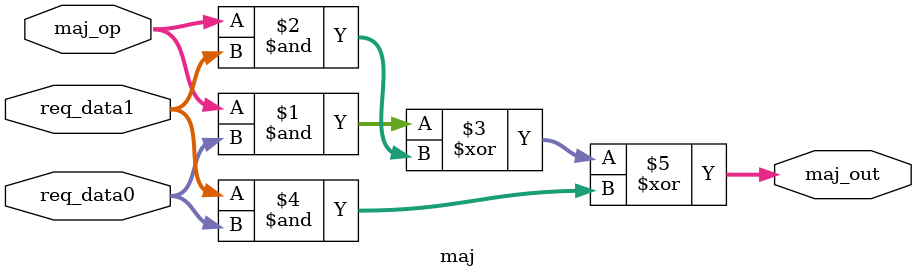
<source format=sv>

module maj
(

  input logic [31:0] maj_op,
  input logic [31:0] req_data0,
  input logic [31:0] req_data1,
  output logic [31:0] maj_out

  );

	
	assign maj_out = (maj_op & req_data0) ^ (maj_op & req_data1) ^ (req_data1 & req_data0);

  endmodule
</source>
